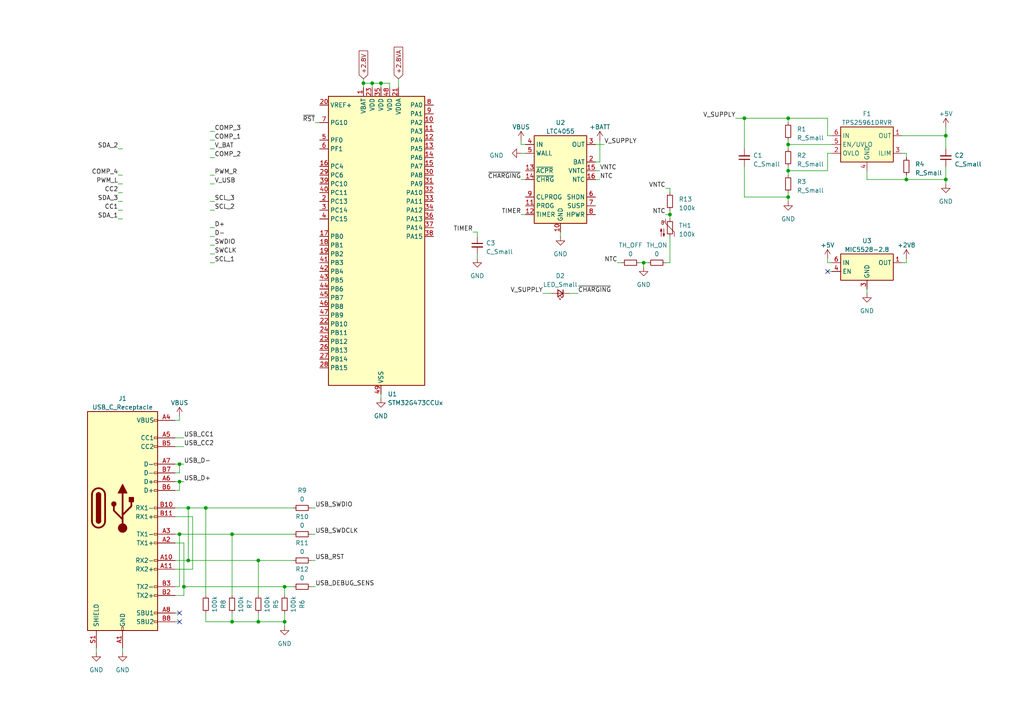
<source format=kicad_sch>
(kicad_sch (version 20230121) (generator eeschema)
  (paper "A4")
  (lib_symbols
    (symbol "Battery_Management:LTC4055"
      (property "Reference" "U" (at -6.35 13.97 0))
      (property "Value" "LTC4055" (at 3.81 13.97 0))
      (symbol "LTC4055_0_1"
        (rectangle (start -7.62 12.7) (end 7.62 -12.7) (stroke (width 0.254)) (fill (type background)))
      )
      (symbol "LTC4055_1_1"
        (pin passive line (at -10.16 10.16 0) (length 2.54) hide (name "IN") (number "1"))
        (pin power_in line (at 0 -15.24 90) (length 2.54) (name "GND") (number "10"))
        (pin passive line (at -10.16 -7.62 0) (length 2.54) (name "PROG") (number "11"))
        (pin passive line (at -10.16 -10.16 0) (length 2.54) (name "TIMER") (number "12"))
        (pin open_collector line (at -10.16 2.54 0) (length 2.54) (name "~{ACPR}") (number "13"))
        (pin open_collector line (at -10.16 0 0) (length 2.54) (name "~{CHRG}") (number "14"))
        (pin output line (at 10.16 2.54 180) (length 2.54) (name "VNTC") (number "15"))
        (pin input line (at 10.16 0 180) (length 2.54) (name "NTC") (number "16"))
        (pin passive line (at 0 -15.24 90) (length 2.54) hide (name "GND") (number "17"))
        (pin passive line (at 10.16 5.08 180) (length 2.54) (name "BAT") (number "2"))
        (pin passive line (at 10.16 10.16 180) (length 2.54) (name "OUT") (number "3"))
        (pin power_in line (at -10.16 10.16 0) (length 2.54) (name "IN") (number "4"))
        (pin input line (at -10.16 7.62 0) (length 2.54) (name "WALL") (number "5"))
        (pin input line (at 10.16 -5.08 180) (length 2.54) (name "SHDN") (number "6"))
        (pin input line (at 10.16 -7.62 180) (length 2.54) (name "SUSP") (number "7"))
        (pin input line (at 10.16 -10.16 180) (length 2.54) (name "HPWR") (number "8"))
        (pin passive line (at -10.16 -5.08 0) (length 2.54) (name "CLPROG") (number "9"))
      )
    )
    (symbol "Connector:USB_C_Receptacle" (pin_names (offset 1.016))
      (property "Reference" "J" (at -10.16 29.21 0))
      (property "Value" "USB_C_Receptacle" (at 10.16 29.21 0))
      (symbol "USB_C_Receptacle_0_0"
        (rectangle (start -0.254 -35.56) (end 0.254 -34.544))
        (rectangle (start 10.16 -32.766) (end 9.144 -33.274))
        (rectangle (start 10.16 -30.226) (end 9.144 -30.734))
        (rectangle (start 10.16 -25.146) (end 9.144 -25.654))
        (rectangle (start 10.16 -22.606) (end 9.144 -23.114))
        (rectangle (start 10.16 -17.526) (end 9.144 -18.034))
        (rectangle (start 10.16 -14.986) (end 9.144 -15.494))
        (rectangle (start 10.16 -9.906) (end 9.144 -10.414))
        (rectangle (start 10.16 -7.366) (end 9.144 -7.874))
        (rectangle (start 10.16 -2.286) (end 9.144 -2.794))
        (rectangle (start 10.16 0.254) (end 9.144 -0.254))
        (rectangle (start 10.16 5.334) (end 9.144 4.826))
        (rectangle (start 10.16 7.874) (end 9.144 7.366))
        (rectangle (start 10.16 10.414) (end 9.144 9.906))
        (rectangle (start 10.16 12.954) (end 9.144 12.446))
        (rectangle (start 10.16 18.034) (end 9.144 17.526))
        (rectangle (start 10.16 20.574) (end 9.144 20.066))
        (rectangle (start 10.16 25.654) (end 9.144 25.146))
      )
      (symbol "USB_C_Receptacle_0_1"
        (rectangle (start -10.16 27.94) (end 10.16 -35.56) (stroke (width 0.254)) (fill (type background)))
        (arc (start -8.89 -3.81) (mid -6.985 -5.7067) (end -5.08 -3.81) (stroke (width 0.508)))
        (arc (start -7.62 -3.81) (mid -6.985 -4.4423) (end -6.35 -3.81) (stroke (width 0.254)))
        (arc (start -7.62 -3.81) (mid -6.985 -4.4423) (end -6.35 -3.81) (stroke (width 0.254)) (fill (type outline)))
        (rectangle (start -7.62 -3.81) (end -6.35 3.81) (stroke (width 0.254)) (fill (type outline)))
        (arc (start -6.35 3.81) (mid -6.985 4.4423) (end -7.62 3.81) (stroke (width 0.254)))
        (arc (start -6.35 3.81) (mid -6.985 4.4423) (end -7.62 3.81) (stroke (width 0.254)) (fill (type outline)))
        (arc (start -5.08 3.81) (mid -6.985 5.7067) (end -8.89 3.81) (stroke (width 0.508)))
        (polyline (pts (xy -8.89 -3.81) (xy -8.89 3.81)) (stroke (width 0.508)))
        (polyline (pts (xy -5.08 3.81) (xy -5.08 -3.81)) (stroke (width 0.508)))
      )
      (symbol "USB_C_Receptacle_1_1"
        (circle (center -2.54 1.143) (radius 0.635) (stroke (width 0.254)) (fill (type outline)))
        (circle (center 0 -5.842) (radius 1.27) (fill (type outline)))
        (polyline (pts (xy 0 -5.842) (xy 0 4.318)) (stroke (width 0.508)))
        (polyline (pts (xy 0 -3.302) (xy -2.54 -0.762) (xy -2.54 0.508)) (stroke (width 0.508)))
        (polyline (pts (xy 0 -2.032) (xy 2.54 0.508) (xy 2.54 1.778)) (stroke (width 0.508)))
        (polyline (pts (xy -1.27 4.318) (xy 0 6.858) (xy 1.27 4.318) (xy -1.27 4.318)) (stroke (width 0.254)) (fill (type outline)))
        (rectangle (start 1.905 1.778) (end 3.175 3.048) (stroke (width 0.254)) (fill (type outline)))
        (pin passive line (at 0 -40.64 90) (length 5.08) (name "GND") (number "A1"))
        (pin bidirectional line (at 15.24 -15.24 180) (length 5.08) (name "RX2-") (number "A10"))
        (pin bidirectional line (at 15.24 -17.78 180) (length 5.08) (name "RX2+") (number "A11"))
        (pin passive line (at 0 -40.64 90) (length 5.08) hide (name "GND") (number "A12"))
        (pin bidirectional line (at 15.24 -10.16 180) (length 5.08) (name "TX1+") (number "A2"))
        (pin bidirectional line (at 15.24 -7.62 180) (length 5.08) (name "TX1-") (number "A3"))
        (pin passive line (at 15.24 25.4 180) (length 5.08) (name "VBUS") (number "A4"))
        (pin bidirectional line (at 15.24 20.32 180) (length 5.08) (name "CC1") (number "A5"))
        (pin bidirectional line (at 15.24 7.62 180) (length 5.08) (name "D+") (number "A6"))
        (pin bidirectional line (at 15.24 12.7 180) (length 5.08) (name "D-") (number "A7"))
        (pin bidirectional line (at 15.24 -30.48 180) (length 5.08) (name "SBU1") (number "A8"))
        (pin passive line (at 15.24 25.4 180) (length 5.08) hide (name "VBUS") (number "A9"))
        (pin passive line (at 0 -40.64 90) (length 5.08) hide (name "GND") (number "B1"))
        (pin bidirectional line (at 15.24 0 180) (length 5.08) (name "RX1-") (number "B10"))
        (pin bidirectional line (at 15.24 -2.54 180) (length 5.08) (name "RX1+") (number "B11"))
        (pin passive line (at 0 -40.64 90) (length 5.08) hide (name "GND") (number "B12"))
        (pin bidirectional line (at 15.24 -25.4 180) (length 5.08) (name "TX2+") (number "B2"))
        (pin bidirectional line (at 15.24 -22.86 180) (length 5.08) (name "TX2-") (number "B3"))
        (pin passive line (at 15.24 25.4 180) (length 5.08) hide (name "VBUS") (number "B4"))
        (pin bidirectional line (at 15.24 17.78 180) (length 5.08) (name "CC2") (number "B5"))
        (pin bidirectional line (at 15.24 5.08 180) (length 5.08) (name "D+") (number "B6"))
        (pin bidirectional line (at 15.24 10.16 180) (length 5.08) (name "D-") (number "B7"))
        (pin bidirectional line (at 15.24 -33.02 180) (length 5.08) (name "SBU2") (number "B8"))
        (pin passive line (at 15.24 25.4 180) (length 5.08) hide (name "VBUS") (number "B9"))
        (pin passive line (at -7.62 -40.64 90) (length 5.08) (name "SHIELD") (number "S1"))
      )
    )
    (symbol "Device:C_Small" (pin_numbers hide) (pin_names (offset 0.254) hide)
      (property "Reference" "C" (at 0.254 1.778 0))
      (property "Value" "C_Small" (at 0.254 -2.032 0))
      (symbol "C_Small_0_1"
        (polyline (pts (xy -1.524 -0.508) (xy 1.524 -0.508)) (stroke (width 0.3302)))
        (polyline (pts (xy -1.524 0.508) (xy 1.524 0.508)) (stroke (width 0.3048)))
      )
      (symbol "C_Small_1_1"
        (pin passive line (at 0 2.54 270) (length 2.032) (name "~") (number "1"))
        (pin passive line (at 0 -2.54 90) (length 2.032) (name "~") (number "2"))
      )
    )
    (symbol "Device:LED_Small" (pin_numbers hide) (pin_names (offset 0.254) hide)
      (property "Reference" "D" (at -1.27 3.175 0))
      (property "Value" "LED_Small" (at -4.445 -2.54 0))
      (symbol "LED_Small_0_1"
        (polyline (pts (xy -0.762 -1.016) (xy -0.762 1.016)) (stroke (width 0.254)))
        (polyline (pts (xy 1.016 0) (xy -0.762 0)))
        (polyline (pts (xy 0.762 -1.016) (xy -0.762 0) (xy 0.762 1.016) (xy 0.762 -1.016)) (stroke (width 0.254)))
        (polyline (pts (xy 0 0.762) (xy -0.508 1.27) (xy -0.254 1.27) (xy -0.508 1.27) (xy -0.508 1.016)))
        (polyline (pts (xy 0.508 1.27) (xy 0 1.778) (xy 0.254 1.778) (xy 0 1.778) (xy 0 1.524)))
      )
      (symbol "LED_Small_1_1"
        (pin passive line (at -2.54 0 0) (length 1.778) (name "K") (number "1"))
        (pin passive line (at 2.54 0 180) (length 1.778) (name "A") (number "2"))
      )
    )
    (symbol "Device:R_Small" (pin_numbers hide) (pin_names (offset 0.254) hide)
      (property "Reference" "R" (at 0.762 0.508 0))
      (property "Value" "R_Small" (at 0.762 -1.016 0))
      (symbol "R_Small_0_1"
        (rectangle (start -0.762 1.778) (end 0.762 -1.778) (stroke (width 0.2032)))
      )
      (symbol "R_Small_1_1"
        (pin passive line (at 0 2.54 270) (length 0.762) (name "~") (number "1"))
        (pin passive line (at 0 -2.54 90) (length 0.762) (name "~") (number "2"))
      )
    )
    (symbol "LDO:MIC5528"
      (property "Reference" "U" (at -7.62 7.62 0))
      (property "Value" "MIC5528-2.8" (at -7.62 5.08 0))
      (symbol "MIC5528_0_1"
        (rectangle (start -7.62 3.81) (end 7.62 -3.81) (stroke (width 0.254)) (fill (type background)))
      )
      (symbol "MIC5528_1_1"
        (pin power_out line (at 10.16 1.27 180) (length 2.54) (name "OUT") (number "1"))
        (pin power_out line (at 10.16 1.27 180) (length 2.54) hide (name "OUT") (number "2"))
        (pin passive line (at 0 -6.35 90) (length 2.54) (name "GND") (number "3"))
        (pin passive line (at -10.16 -1.27 0) (length 2.54) (name "EN") (number "4"))
        (pin no_connect line (at 10.16 -1.27 180) (length 2.54) hide (name "NC") (number "5"))
        (pin power_in line (at -10.16 1.27 0) (length 2.54) (name "IN") (number "6"))
        (pin passive line (at 0 -6.35 90) (length 2.54) hide (name "PAD") (number "7"))
      )
    )
    (symbol "MCU_ST_STM32G4:STM32G473CCUx"
      (property "Reference" "U" (at -12.7 44.45 0))
      (property "Value" "STM32G473CCUx" (at 10.16 44.45 0))
      (symbol "STM32G473CCUx_0_1"
        (rectangle (start -12.7 -40.64) (end 15.24 43.18) (stroke (width 0.254)) (fill (type background)))
      )
      (symbol "STM32G473CCUx_1_1"
        (pin power_in line (at -2.54 45.72 270) (length 2.54) (name "VBAT") (number "1"))
        (pin bidirectional line (at 17.78 35.56 180) (length 2.54) (name "PA2") (number "10"))
        (pin bidirectional line (at 17.78 33.02 180) (length 2.54) (name "PA3") (number "11"))
        (pin bidirectional line (at 17.78 30.48 180) (length 2.54) (name "PA4") (number "12"))
        (pin bidirectional line (at 17.78 27.94 180) (length 2.54) (name "PA5") (number "13"))
        (pin bidirectional line (at 17.78 25.4 180) (length 2.54) (name "PA6") (number "14"))
        (pin bidirectional line (at 17.78 22.86 180) (length 2.54) (name "PA7") (number "15"))
        (pin bidirectional line (at -15.24 22.86 0) (length 2.54) (name "PC4") (number "16"))
        (pin bidirectional line (at -15.24 2.54 0) (length 2.54) (name "PB0") (number "17"))
        (pin bidirectional line (at -15.24 0 0) (length 2.54) (name "PB1") (number "18"))
        (pin bidirectional line (at -15.24 -2.54 0) (length 2.54) (name "PB2") (number "19"))
        (pin bidirectional line (at -15.24 12.7 0) (length 2.54) (name "PC13") (number "2"))
        (pin input line (at -15.24 40.64 0) (length 2.54) (name "VREF+") (number "20"))
        (pin power_in line (at 7.62 45.72 270) (length 2.54) (name "VDDA") (number "21"))
        (pin bidirectional line (at -15.24 -22.86 0) (length 2.54) (name "PB10") (number "22"))
        (pin power_in line (at 0 45.72 270) (length 2.54) (name "VDD") (number "23"))
        (pin bidirectional line (at -15.24 -25.4 0) (length 2.54) (name "PB11") (number "24"))
        (pin bidirectional line (at -15.24 -27.94 0) (length 2.54) (name "PB12") (number "25"))
        (pin bidirectional line (at -15.24 -30.48 0) (length 2.54) (name "PB13") (number "26"))
        (pin bidirectional line (at -15.24 -33.02 0) (length 2.54) (name "PB14") (number "27"))
        (pin bidirectional line (at -15.24 -35.56 0) (length 2.54) (name "PB15") (number "28"))
        (pin bidirectional line (at -15.24 20.32 0) (length 2.54) (name "PC6") (number "29"))
        (pin bidirectional line (at -15.24 10.16 0) (length 2.54) (name "PC14") (number "3"))
        (pin bidirectional line (at 17.78 20.32 180) (length 2.54) (name "PA8") (number "30"))
        (pin bidirectional line (at 17.78 17.78 180) (length 2.54) (name "PA9") (number "31"))
        (pin bidirectional line (at 17.78 15.24 180) (length 2.54) (name "PA10") (number "32"))
        (pin bidirectional line (at 17.78 12.7 180) (length 2.54) (name "PA11") (number "33"))
        (pin bidirectional line (at 17.78 10.16 180) (length 2.54) (name "PA12") (number "34"))
        (pin power_in line (at 2.54 45.72 270) (length 2.54) (name "VDD") (number "35"))
        (pin bidirectional line (at 17.78 7.62 180) (length 2.54) (name "PA13") (number "36"))
        (pin bidirectional line (at 17.78 5.08 180) (length 2.54) (name "PA14") (number "37"))
        (pin bidirectional line (at 17.78 2.54 180) (length 2.54) (name "PA15") (number "38"))
        (pin bidirectional line (at -15.24 17.78 0) (length 2.54) (name "PC10") (number "39"))
        (pin bidirectional line (at -15.24 7.62 0) (length 2.54) (name "PC15") (number "4"))
        (pin bidirectional line (at -15.24 15.24 0) (length 2.54) (name "PC11") (number "40"))
        (pin bidirectional line (at -15.24 -5.08 0) (length 2.54) (name "PB3") (number "41"))
        (pin bidirectional line (at -15.24 -7.62 0) (length 2.54) (name "PB4") (number "42"))
        (pin bidirectional line (at -15.24 -10.16 0) (length 2.54) (name "PB5") (number "43"))
        (pin bidirectional line (at -15.24 -12.7 0) (length 2.54) (name "PB6") (number "44"))
        (pin bidirectional line (at -15.24 -15.24 0) (length 2.54) (name "PB7") (number "45"))
        (pin bidirectional line (at -15.24 -17.78 0) (length 2.54) (name "PB8") (number "46"))
        (pin bidirectional line (at -15.24 -20.32 0) (length 2.54) (name "PB9") (number "47"))
        (pin power_in line (at 5.08 45.72 270) (length 2.54) (name "VDD") (number "48"))
        (pin power_in line (at 2.54 -43.18 90) (length 2.54) (name "VSS") (number "49"))
        (pin bidirectional line (at -15.24 30.48 0) (length 2.54) (name "PF0") (number "5"))
        (pin bidirectional line (at -15.24 27.94 0) (length 2.54) (name "PF1") (number "6"))
        (pin bidirectional line (at -15.24 35.56 0) (length 2.54) (name "PG10") (number "7"))
        (pin bidirectional line (at 17.78 40.64 180) (length 2.54) (name "PA0") (number "8"))
        (pin bidirectional line (at 17.78 38.1 180) (length 2.54) (name "PA1") (number "9"))
      )
    )
    (symbol "TPS25961DRVR:TPS25961DRVR"
      (property "Reference" "F" (at 0 10.16 0))
      (property "Value" "TPS25961DRVR" (at -6.35 7.62 0))
      (symbol "TPS25961DRVR_0_1"
        (rectangle (start -6.35 5.08) (end 8.89 -5.08) (stroke (width 0.254)) (fill (type background)))
      )
      (symbol "TPS25961DRVR_1_1"
        (pin output line (at 11.43 2.54 180) (length 2.54) (name "OUT") (number "1"))
        (pin input line (at -8.89 -2.54 0) (length 2.54) (name "OVLO") (number "2"))
        (pin output line (at 11.43 -2.54 180) (length 2.54) (name "ILIM") (number "3"))
        (pin power_in line (at 1.27 -7.62 90) (length 2.54) (name "GND") (number "4"))
        (pin input line (at -8.89 0 0) (length 2.54) (name "EN/UVLO") (number "5"))
        (pin power_in line (at -8.89 2.54 0) (length 2.54) (name "IN") (number "6"))
        (pin power_in line (at 1.27 -7.62 90) (length 2.54) hide (name "PAD") (number "7"))
      )
    )
    (symbol "other:Thermistor_NTC_small"
      (property "Reference" "TH" (at -3.81 0 90))
      (property "Value" "Thermistor_NTC" (at 3.81 0 90))
      (symbol "Thermistor_NTC_small_0_1"
        (arc (start -2.3746 1.1939) (mid -2.3771 1.3514) (end -2.5016 1.4479))
        (arc (start -2.3746 1.1939) (mid -2.3002 1.0143) (end -2.1206 0.9399))
        (arc (start -2.3746 1.8289) (mid -2.3002 1.6493) (end -2.1206 1.5749))
        (arc (start -2.1206 0.9399) (mid -1.941 1.0143) (end -1.8666 1.1939))
        (arc (start -2.1206 1.5749) (mid -1.7606 1.5957) (end -1.4856 1.8289))
        (arc (start -2.1206 2.0829) (mid -2.3002 2.0085) (end -2.3746 1.8289))
        (arc (start -1.8666 1.8289) (mid -1.941 2.0085) (end -2.1206 2.0829))
        (rectangle (start -0.762 1.778) (end 0.762 -1.778) (stroke (width 0.2032)))
        (polyline (pts (xy -1.8666 1.1939) (xy -1.8666 1.8289)))
        (polyline (pts (xy -1.27 2.54) (xy -1.27 1.27) (xy 1.27 -1.27) (xy 1.27 -2.54)))
        (polyline (pts (xy -2.54 -2.54) (xy -2.54 -0.254) (xy -2.794 -1.016) (xy -2.286 -1.016) (xy -2.54 -0.254) (xy -2.54 -0.508)) (fill (type outline)))
        (polyline (pts (xy -1.778 -0.254) (xy -1.778 -2.54) (xy -2.032 -1.778) (xy -1.524 -1.778) (xy -1.778 -2.54) (xy -1.778 -2.286)) (fill (type outline)))
      )
      (symbol "Thermistor_NTC_small_1_1"
        (pin passive line (at 0 2.54 270) (length 0.762) (name "~") (number "1"))
        (pin passive line (at 0 -2.54 90) (length 0.762) (name "~") (number "2"))
      )
    )
    (symbol "power:+2V8" (power) (pin_names (offset 0))
      (property "Value" "+2V8" (at 0 3.556 0))
      (symbol "+2V8_0_1"
        (polyline (pts (xy -0.762 1.27) (xy 0 2.54)))
        (polyline (pts (xy 0 0) (xy 0 2.54)))
        (polyline (pts (xy 0 2.54) (xy 0.762 1.27)))
      )
      (symbol "+2V8_1_1"
        (pin power_in line (at 0 0 90) (length 0) hide (name "+2V8") (number "1"))
      )
    )
    (symbol "power:+5V" (power) (pin_names (offset 0))
      (property "Value" "+5V" (at 0 3.556 0))
      (symbol "+5V_0_1"
        (polyline (pts (xy -0.762 1.27) (xy 0 2.54)))
        (polyline (pts (xy 0 0) (xy 0 2.54)))
        (polyline (pts (xy 0 2.54) (xy 0.762 1.27)))
      )
      (symbol "+5V_1_1"
        (pin power_in line (at 0 0 90) (length 0) hide (name "+5V") (number "1"))
      )
    )
    (symbol "power:+BATT" (power) (pin_names (offset 0))
      (property "Value" "+BATT" (at 0 3.556 0))
      (symbol "+BATT_0_1"
        (polyline (pts (xy -0.762 1.27) (xy 0 2.54)))
        (polyline (pts (xy 0 0) (xy 0 2.54)))
        (polyline (pts (xy 0 2.54) (xy 0.762 1.27)))
      )
      (symbol "+BATT_1_1"
        (pin power_in line (at 0 0 90) (length 0) hide (name "+BATT") (number "1"))
      )
    )
    (symbol "power:GND" (power) (pin_names (offset 0))
      (property "Value" "GND" (at 0 -3.81 0))
      (symbol "GND_0_1"
        (polyline (pts (xy 0 0) (xy 0 -1.27) (xy 1.27 -1.27) (xy 0 -2.54) (xy -1.27 -1.27) (xy 0 -1.27)))
      )
      (symbol "GND_1_1"
        (pin power_in line (at 0 0 270) (length 0) hide (name "GND") (number "1"))
      )
    )
    (symbol "power:VBUS" (power) (pin_names (offset 0))
      (property "Value" "VBUS" (at 0 3.81 0))
      (symbol "VBUS_0_1"
        (polyline (pts (xy -0.762 1.27) (xy 0 2.54)))
        (polyline (pts (xy 0 0) (xy 0 2.54)))
        (polyline (pts (xy 0 2.54) (xy 0.762 1.27)))
      )
      (symbol "VBUS_1_1"
        (pin power_in line (at 0 0 90) (length 0) hide (name "VBUS") (number "1"))
      )
    )
  )
  (junction (at 110.49 24.13))
  (junction (at 82.55 170.18))
  (junction (at 74.93 180.34))
  (junction (at 54.61 147.32))
  (junction (at 54.61 162.56))
  (junction (at 74.93 162.56))
  (junction (at 107.95 24.13))
  (junction (at 59.69 147.32))
  (junction (at 262.89 52.07))
  (junction (at 53.34 170.18))
  (junction (at 228.6 49.53))
  (junction (at 215.9 34.29))
  (junction (at 228.6 41.91))
  (junction (at 52.07 134.62))
  (junction (at 52.07 139.7))
  (junction (at 67.31 154.94))
  (junction (at 274.32 39.37))
  (junction (at 105.41 24.13))
  (junction (at 82.55 180.34))
  (junction (at 194.31 62.23))
  (junction (at 274.32 52.07))
  (junction (at 228.6 34.29))
  (junction (at 186.69 76.2))
  (junction (at 228.6 57.15))
  (junction (at 67.31 180.34))
  (junction (at 52.07 154.94))
  (no_connect (at 52.07 177.8))
  (no_connect (at 240.03 78.74))
  (no_connect (at 52.07 180.34))
  (wire (pts (xy 274.32 52.07) (xy 262.89 52.07)))
  (wire (pts (xy 50.8 177.8) (xy 52.07 177.8)))
  (wire (pts (xy 228.6 49.53) (xy 240.03 49.53)))
  (wire (pts (xy 251.46 52.07) (xy 262.89 52.07)))
  (wire (pts (xy 54.61 147.32) (xy 50.8 147.32)))
  (wire (pts (xy 157.48 85.09) (xy 160.02 85.09)))
  (wire (pts (xy 55.88 149.86) (xy 55.88 165.1)))
  (wire (pts (xy 62.23 43.18) (xy 60.96 43.18)))
  (wire (pts (xy 82.55 180.34) (xy 82.55 181.61)))
  (wire (pts (xy 251.46 49.53) (xy 251.46 52.07)))
  (wire (pts (xy 151.13 52.07) (xy 152.4 52.07)))
  (wire (pts (xy 251.46 83.82) (xy 251.46 85.09)))
  (wire (pts (xy 194.31 54.61) (xy 194.31 55.88)))
  (wire (pts (xy 34.29 58.42) (xy 35.56 58.42)))
  (wire (pts (xy 59.69 147.32) (xy 85.09 147.32)))
  (wire (pts (xy 151.13 41.91) (xy 152.4 41.91)))
  (wire (pts (xy 91.44 154.94) (xy 90.17 154.94)))
  (wire (pts (xy 274.32 52.07) (xy 274.32 53.34)))
  (wire (pts (xy 194.31 68.58) (xy 194.31 76.2)))
  (wire (pts (xy 240.03 76.2) (xy 241.3 76.2)))
  (wire (pts (xy 228.6 43.18) (xy 228.6 41.91)))
  (wire (pts (xy 60.96 76.2) (xy 62.23 76.2)))
  (wire (pts (xy 34.29 43.18) (xy 35.56 43.18)))
  (wire (pts (xy 53.34 157.48) (xy 50.8 157.48)))
  (wire (pts (xy 34.29 53.34) (xy 35.56 53.34)))
  (wire (pts (xy 50.8 162.56) (xy 54.61 162.56)))
  (wire (pts (xy 262.89 50.8) (xy 262.89 52.07)))
  (wire (pts (xy 59.69 177.8) (xy 59.69 180.34)))
  (wire (pts (xy 54.61 162.56) (xy 74.93 162.56)))
  (wire (pts (xy 215.9 48.26) (xy 215.9 57.15)))
  (wire (pts (xy 193.04 62.23) (xy 194.31 62.23)))
  (wire (pts (xy 185.42 76.2) (xy 186.69 76.2)))
  (wire (pts (xy 59.69 147.32) (xy 59.69 172.72)))
  (wire (pts (xy 274.32 48.26) (xy 274.32 52.07)))
  (wire (pts (xy 186.69 76.2) (xy 186.69 77.47)))
  (wire (pts (xy 50.8 121.92) (xy 52.07 121.92)))
  (wire (pts (xy 115.57 22.86) (xy 115.57 25.4)))
  (wire (pts (xy 228.6 48.26) (xy 228.6 49.53)))
  (wire (pts (xy 262.89 76.2) (xy 262.89 74.93)))
  (wire (pts (xy 62.23 58.42) (xy 60.96 58.42)))
  (wire (pts (xy 53.34 172.72) (xy 53.34 170.18)))
  (wire (pts (xy 138.43 73.66) (xy 138.43 74.93)))
  (wire (pts (xy 52.07 134.62) (xy 53.34 134.62)))
  (wire (pts (xy 91.44 147.32) (xy 90.17 147.32)))
  (wire (pts (xy 50.8 172.72) (xy 53.34 172.72)))
  (wire (pts (xy 105.41 22.86) (xy 105.41 24.13)))
  (wire (pts (xy 34.29 55.88) (xy 35.56 55.88)))
  (wire (pts (xy 62.23 60.96) (xy 60.96 60.96)))
  (wire (pts (xy 54.61 147.32) (xy 59.69 147.32)))
  (wire (pts (xy 215.9 57.15) (xy 228.6 57.15)))
  (wire (pts (xy 110.49 24.13) (xy 110.49 25.4)))
  (wire (pts (xy 52.07 134.62) (xy 50.8 134.62)))
  (wire (pts (xy 173.99 40.64) (xy 173.99 46.99)))
  (wire (pts (xy 193.04 54.61) (xy 194.31 54.61)))
  (wire (pts (xy 173.99 52.07) (xy 172.72 52.07)))
  (wire (pts (xy 113.03 24.13) (xy 113.03 25.4)))
  (wire (pts (xy 50.8 127) (xy 53.34 127)))
  (wire (pts (xy 62.23 38.1) (xy 60.96 38.1)))
  (wire (pts (xy 228.6 57.15) (xy 228.6 58.42)))
  (wire (pts (xy 62.23 71.12) (xy 60.96 71.12)))
  (wire (pts (xy 172.72 41.91) (xy 175.26 41.91)))
  (wire (pts (xy 91.44 162.56) (xy 90.17 162.56)))
  (wire (pts (xy 193.04 76.2) (xy 194.31 76.2)))
  (wire (pts (xy 173.99 46.99) (xy 172.72 46.99)))
  (wire (pts (xy 228.6 34.29) (xy 240.03 34.29)))
  (wire (pts (xy 186.69 76.2) (xy 187.96 76.2)))
  (wire (pts (xy 74.93 162.56) (xy 85.09 162.56)))
  (wire (pts (xy 62.23 40.64) (xy 60.96 40.64)))
  (wire (pts (xy 62.23 66.04) (xy 60.96 66.04)))
  (wire (pts (xy 53.34 170.18) (xy 53.34 157.48)))
  (wire (pts (xy 240.03 34.29) (xy 240.03 39.37)))
  (wire (pts (xy 62.23 68.58) (xy 60.96 68.58)))
  (wire (pts (xy 151.13 40.64) (xy 151.13 41.91)))
  (wire (pts (xy 105.41 24.13) (xy 107.95 24.13)))
  (wire (pts (xy 52.07 154.94) (xy 50.8 154.94)))
  (wire (pts (xy 62.23 45.72) (xy 60.96 45.72)))
  (wire (pts (xy 67.31 180.34) (xy 67.31 177.8)))
  (wire (pts (xy 60.96 73.66) (xy 62.23 73.66)))
  (wire (pts (xy 194.31 60.96) (xy 194.31 62.23)))
  (wire (pts (xy 52.07 142.24) (xy 52.07 139.7)))
  (wire (pts (xy 52.07 139.7) (xy 50.8 139.7)))
  (wire (pts (xy 228.6 55.88) (xy 228.6 57.15)))
  (wire (pts (xy 52.07 120.65) (xy 52.07 121.92)))
  (wire (pts (xy 67.31 154.94) (xy 85.09 154.94)))
  (wire (pts (xy 34.29 60.96) (xy 35.56 60.96)))
  (wire (pts (xy 50.8 180.34) (xy 52.07 180.34)))
  (wire (pts (xy 138.43 67.31) (xy 138.43 68.58)))
  (wire (pts (xy 261.62 39.37) (xy 274.32 39.37)))
  (wire (pts (xy 213.36 34.29) (xy 215.9 34.29)))
  (wire (pts (xy 274.32 43.18) (xy 274.32 39.37)))
  (wire (pts (xy 82.55 170.18) (xy 82.55 172.72)))
  (wire (pts (xy 82.55 180.34) (xy 74.93 180.34)))
  (wire (pts (xy 107.95 25.4) (xy 107.95 24.13)))
  (wire (pts (xy 240.03 74.93) (xy 240.03 76.2)))
  (wire (pts (xy 228.6 41.91) (xy 228.6 40.64)))
  (wire (pts (xy 240.03 39.37) (xy 241.3 39.37)))
  (wire (pts (xy 215.9 34.29) (xy 215.9 43.18)))
  (wire (pts (xy 62.23 50.8) (xy 60.96 50.8)))
  (wire (pts (xy 55.88 149.86) (xy 50.8 149.86)))
  (wire (pts (xy 261.62 76.2) (xy 262.89 76.2)))
  (wire (pts (xy 151.13 44.45) (xy 152.4 44.45)))
  (wire (pts (xy 74.93 177.8) (xy 74.93 180.34)))
  (wire (pts (xy 50.8 170.18) (xy 52.07 170.18)))
  (wire (pts (xy 50.8 142.24) (xy 52.07 142.24)))
  (wire (pts (xy 52.07 139.7) (xy 53.34 139.7)))
  (wire (pts (xy 105.41 24.13) (xy 105.41 25.4)))
  (wire (pts (xy 27.94 187.96) (xy 27.94 189.23)))
  (wire (pts (xy 34.29 63.5) (xy 35.56 63.5)))
  (wire (pts (xy 52.07 154.94) (xy 67.31 154.94)))
  (wire (pts (xy 91.44 170.18) (xy 90.17 170.18)))
  (wire (pts (xy 215.9 34.29) (xy 228.6 34.29)))
  (wire (pts (xy 228.6 41.91) (xy 241.3 41.91)))
  (wire (pts (xy 62.23 53.34) (xy 60.96 53.34)))
  (wire (pts (xy 52.07 170.18) (xy 52.07 154.94)))
  (wire (pts (xy 179.07 76.2) (xy 180.34 76.2)))
  (wire (pts (xy 91.44 35.56) (xy 92.71 35.56)))
  (wire (pts (xy 35.56 187.96) (xy 35.56 189.23)))
  (wire (pts (xy 274.32 36.83) (xy 274.32 39.37)))
  (wire (pts (xy 262.89 44.45) (xy 262.89 45.72)))
  (wire (pts (xy 74.93 162.56) (xy 74.93 172.72)))
  (wire (pts (xy 167.64 85.09) (xy 165.1 85.09)))
  (wire (pts (xy 67.31 154.94) (xy 67.31 172.72)))
  (wire (pts (xy 54.61 147.32) (xy 54.61 162.56)))
  (wire (pts (xy 50.8 165.1) (xy 55.88 165.1)))
  (wire (pts (xy 228.6 49.53) (xy 228.6 50.8)))
  (wire (pts (xy 162.56 67.31) (xy 162.56 68.58)))
  (wire (pts (xy 82.55 177.8) (xy 82.55 180.34)))
  (wire (pts (xy 152.4 62.23) (xy 151.13 62.23)))
  (wire (pts (xy 82.55 170.18) (xy 85.09 170.18)))
  (wire (pts (xy 34.29 50.8) (xy 35.56 50.8)))
  (wire (pts (xy 53.34 170.18) (xy 82.55 170.18)))
  (wire (pts (xy 137.16 67.31) (xy 138.43 67.31)))
  (wire (pts (xy 107.95 24.13) (xy 110.49 24.13)))
  (wire (pts (xy 110.49 24.13) (xy 113.03 24.13)))
  (wire (pts (xy 228.6 35.56) (xy 228.6 34.29)))
  (wire (pts (xy 74.93 180.34) (xy 67.31 180.34)))
  (wire (pts (xy 50.8 129.54) (xy 53.34 129.54)))
  (wire (pts (xy 110.49 114.3) (xy 110.49 115.57)))
  (wire (pts (xy 240.03 78.74) (xy 241.3 78.74)))
  (wire (pts (xy 240.03 44.45) (xy 241.3 44.45)))
  (wire (pts (xy 261.62 44.45) (xy 262.89 44.45)))
  (wire (pts (xy 194.31 62.23) (xy 194.31 63.5)))
  (wire (pts (xy 240.03 49.53) (xy 240.03 44.45)))
  (wire (pts (xy 50.8 137.16) (xy 52.07 137.16)))
  (wire (pts (xy 172.72 49.53) (xy 173.99 49.53)))
  (wire (pts (xy 59.69 180.34) (xy 67.31 180.34)))
  (wire (pts (xy 52.07 137.16) (xy 52.07 134.62)))
  (label "COMP_4" (at 34.29 50.8 180))
  (label "V_SUPPLY" (at 157.48 85.09 180))
  (label "~{CHARGING}" (at 167.64 85.09 0))
  (label "PWM_L" (at 34.29 53.34 180))
  (label "D+" (at 62.23 66.04 0))
  (label "D-" (at 62.23 68.58 0))
  (label "SCL_1" (at 62.23 76.2 0))
  (label "USB_RST" (at 91.44 162.56 0))
  (label "V_SUPPLY" (at 213.36 34.29 180))
  (label "NTC" (at 173.99 52.07 0))
  (label "TIMER" (at 151.13 62.23 180))
  (label "~{CHARGING}" (at 151.13 52.07 180))
  (label "USB_CC1" (at 53.34 127 0))
  (label "COMP_2" (at 62.23 45.72 0))
  (label "V_BAT" (at 62.23 43.18 0))
  (label "V_USB" (at 62.23 53.34 0))
  (label "COMP_3" (at 62.23 38.1 0))
  (label "SDA_1" (at 34.29 63.5 180))
  (label "SWDIO" (at 62.23 71.12 0))
  (label "SDA_2" (at 34.29 43.18 180))
  (label "VNTC" (at 173.99 49.53 0))
  (label "V_SUPPLY" (at 175.26 41.91 0))
  (label "CC2" (at 34.29 55.88 180))
  (label "VNTC" (at 193.04 54.61 180))
  (label "SDA_3" (at 34.29 58.42 180))
  (label "USB_D-" (at 53.34 134.62 0))
  (label "USB_SWDCLK" (at 91.44 154.94 0))
  (label "SCL_2" (at 62.23 60.96 0))
  (label "TIMER" (at 137.16 67.31 180))
  (label "USB_CC2" (at 53.34 129.54 0))
  (label "COMP_1" (at 62.23 40.64 0))
  (label "USB_D+" (at 53.34 139.7 0))
  (label "NTC" (at 179.07 76.2 180))
  (label "CC1" (at 34.29 60.96 180))
  (label "~{RST}" (at 91.44 35.56 180))
  (label "NTC" (at 193.04 62.23 180))
  (label "PWM_R" (at 62.23 50.8 0))
  (label "SCL_3" (at 62.23 58.42 0))
  (label "SWCLK" (at 62.23 73.66 0))
  (label "USB_SWDIO" (at 91.44 147.32 0))
  (label "USB_DEBUG_SENS" (at 91.44 170.18 0))
  (global_label "+2.8V" (shape input) (at 105.41 22.86 90) (property "Intersheetrefs" "${INTERSHEET_REFS}" (effects hide)))
  (global_label "+2.8VA" (shape input) (at 115.57 22.86 90) (property "Intersheetrefs" "${INTERSHEET_REFS}" (effects hide)))
  (symbol (lib_id "power:GND") (at 138.43 74.93 0) (unit 1)
    (property "Reference" "#PWR016" (effects hide))
    (property "Value" "GND" (at 138.43 80.01 0))
  )
  (symbol (lib_id "Device:R_Small") (at 194.31 58.42 0) (unit 1)
    (property "Reference" "R13" (at 196.85 57.785 0) (effects (justify left)))
    (property "Value" "100k" (at 196.85 60.325 0) (effects (justify left)))
  )
  (symbol (lib_id "power:VBUS") (at 151.13 40.64 0) (unit 1)
    (property "Reference" "#PWR08" (effects hide))
    (property "Value" "VBUS" (at 151.13 36.83 0))
  )
  (symbol (lib_id "power:GND") (at 151.13 44.45 270) (unit 1)
    (property "Reference" "#PWR015" (effects hide))
    (property "Value" "GND" (at 146.05 45.085 90) (effects (justify right)))
  )
  (symbol (lib_id "power:GND") (at 35.56 189.23 0) (unit 1)
    (property "Reference" "#PWR07" (effects hide))
    (property "Value" "GND" (at 35.56 194.31 0))
  )
  (symbol (lib_id "Device:R_Small") (at 228.6 38.1 0) (unit 1)
    (property "Reference" "R1" (at 231.14 37.465 0) (effects (justify left)))
    (property "Value" "R_Small" (at 231.14 40.005 0) (effects (justify left)))
  )
  (symbol (lib_id "Device:R_Small") (at 87.63 147.32 90) (unit 1)
    (property "Reference" "R9" (at 87.63 142.24 90))
    (property "Value" "0" (at 87.63 144.78 90))
  )
  (symbol (lib_id "power:+5V") (at 274.32 36.83 0) (unit 1)
    (property "Reference" "#PWR012" (effects hide))
    (property "Value" "+5V" (at 274.32 33.02 0))
  )
  (symbol (lib_id "Device:R_Small") (at 182.88 76.2 90) (unit 1)
    (property "Reference" "TH_OFF" (at 182.88 71.12 90))
    (property "Value" "0" (at 182.88 73.66 90))
  )
  (symbol (lib_id "TPS25961DRVR:TPS25961DRVR") (at 250.19 41.91 0) (unit 1)
    (property "Reference" "F1" (at 251.46 33.02 0))
    (property "Value" "TPS25961DRVR" (at 251.46 35.56 0))
    (property "Footprint" "Package_SON:WSON-6-1EP_2x2mm_P0.65mm_EP1x1.6mm" (effects hide))
    (property "Datasheet" "https://www.ti.com/lit/ds/symlink/tps25961.pdf" (effects hide))
    (property "Height" "0.8" (effects hide))
    (property "Mouser Part Number" "595-TPS25961DRVR" (effects hide))
    (property "Mouser Price/Stock" "https://www.mouser.co.uk/ProductDetail/Texas-Instruments/TPS25961DRVR?qs=rQFj71Wb1eWBtbDOIdq5wQ%3D%3D" (effects hide))
    (property "Manufacturer_Name" "Texas Instruments" (effects hide))
    (property "Manufacturer_Part_Number" "TPS25961DRVR" (effects hide))
  )
  (symbol (lib_id "Device:C_Small") (at 138.43 71.12 0) (unit 1)
    (property "Reference" "C3" (at 140.97 70.4913 0) (effects (justify left)))
    (property "Value" "C_Small" (at 140.97 73.0313 0) (effects (justify left)))
  )
  (symbol (lib_id "Device:C_Small") (at 215.9 45.72 180) (unit 1)
    (property "Reference" "C1" (at 218.44 45.0786 0) (effects (justify right)))
    (property "Value" "C_Small" (at 218.44 47.6186 0) (effects (justify right)))
  )
  (symbol (lib_id "power:GND") (at 82.55 181.61 0) (unit 1)
    (property "Reference" "#PWR05" (effects hide))
    (property "Value" "GND" (at 82.55 186.69 0))
  )
  (symbol (lib_id "Battery_Management:LTC4055") (at 162.56 52.07 0) (unit 1)
    (property "Reference" "U2" (at 162.56 35.56 0))
    (property "Value" "LTC4055" (at 162.56 38.1 0))
    (property "Footprint" "Package_DFN_QFN:QFN-16-1EP_4x4mm_P0.65mm_EP2.15x2.15mm" (effects hide))
    (property "Datasheet" "https://www.analog.com/media/en/technical-documentation/data-sheets/4055fb.pdf" (effects hide))
  )
  (symbol (lib_id "Device:R_Small") (at 82.55 175.26 0) (unit 1)
    (property "Reference" "R6" (at 87.63 175.26 90))
    (property "Value" "100k" (at 85.09 175.26 90))
  )
  (symbol (lib_id "power:GND") (at 228.6 58.42 0) (unit 1)
    (property "Reference" "#PWR09" (effects hide))
    (property "Value" "GND" (at 228.6 63.5 0))
  )
  (symbol (lib_id "Device:LED_Small") (at 162.56 85.09 180) (unit 1)
    (property "Reference" "D2" (at 162.4965 80.01 0))
    (property "Value" "LED_Small" (at 162.4965 82.55 0))
  )
  (symbol (lib_id "power:+BATT") (at 173.99 40.64 0) (unit 1)
    (property "Reference" "#PWR03" (effects hide))
    (property "Value" "+BATT" (at 173.99 36.83 0))
  )
  (symbol (lib_id "power:GND") (at 162.56 68.58 0) (unit 1)
    (property "Reference" "#PWR011" (effects hide))
    (property "Value" "GND" (at 162.56 73.66 0))
  )
  (symbol (lib_id "power:GND") (at 110.49 115.57 0) (unit 1)
    (property "Reference" "#PWR01" (effects hide))
    (property "Value" "GND" (at 110.49 120.65 0))
  )
  (symbol (lib_id "Device:R_Small") (at 87.63 162.56 90) (unit 1)
    (property "Reference" "R11" (at 87.63 157.48 90))
    (property "Value" "0" (at 87.63 160.02 90))
  )
  (symbol (lib_id "other:Thermistor_NTC_small") (at 194.31 66.04 0) (unit 1)
    (property "Reference" "TH1" (at 196.85 65.405 0) (effects (justify left)))
    (property "Value" "100k" (at 196.85 67.945 0) (effects (justify left)))
  )
  (symbol (lib_id "power:+2V8") (at 262.89 74.93 0) (unit 1)
    (property "Reference" "#PWR02" (effects hide))
    (property "Value" "+2V8" (at 262.89 71.12 0))
  )
  (symbol (lib_id "power:+5V") (at 240.03 74.93 0) (unit 1)
    (property "Reference" "#PWR013" (effects hide))
    (property "Value" "+5V" (at 240.03 71.12 0))
  )
  (symbol (lib_id "Device:R_Small") (at 74.93 175.26 0) (unit 1)
    (property "Reference" "R5" (at 80.01 175.26 90))
    (property "Value" "100k" (at 77.47 175.26 90))
  )
  (symbol (lib_id "Device:R_Small") (at 228.6 53.34 0) (unit 1)
    (property "Reference" "R3" (at 231.14 52.705 0) (effects (justify left)))
    (property "Value" "R_Small" (at 231.14 55.245 0) (effects (justify left)))
  )
  (symbol (lib_id "Device:R_Small") (at 190.5 76.2 90) (unit 1)
    (property "Reference" "TH_ON" (at 190.5 71.12 90))
    (property "Value" "0" (at 190.5 73.66 90))
  )
  (symbol (lib_id "LDO:MIC5528") (at 251.46 77.47 0) (unit 1)
    (property "Reference" "U3" (at 251.46 69.85 0))
    (property "Value" "MIC5528-2.8" (at 251.46 72.39 0))
    (property "Footprint" "Package_DFN_QFN:DFN-6-1EP_1.2x1.2mm_P0.4mm_EP0.3x0.94mm_PullBack" (effects hide))
    (property "Datasheet" "https://www.mouser.pl/datasheet/2/268/MIC5528_High_Performance_500mA_LDO_in_Thin_and_Ext-1891284.pdf" (effects hide))
  )
  (symbol (lib_id "power:GND") (at 274.32 53.34 0) (unit 1)
    (property "Reference" "#PWR010" (effects hide))
    (property "Value" "GND" (at 274.32 58.42 0))
  )
  (symbol (lib_id "Device:R_Small") (at 228.6 45.72 0) (unit 1)
    (property "Reference" "R2" (at 231.14 45.085 0) (effects (justify left)))
    (property "Value" "R_Small" (at 231.14 47.625 0) (effects (justify left)))
  )
  (symbol (lib_id "Device:R_Small") (at 262.89 48.26 0) (unit 1)
    (property "Reference" "R4" (at 265.43 47.625 0) (effects (justify left)))
    (property "Value" "R_Small" (at 265.43 50.165 0) (effects (justify left)))
  )
  (symbol (lib_id "power:GND") (at 251.46 85.09 0) (unit 1)
    (property "Reference" "#PWR014" (effects hide))
    (property "Value" "GND" (at 251.46 90.17 0))
  )
  (symbol (lib_id "Device:C_Small") (at 274.32 45.72 180) (unit 1)
    (property "Reference" "C2" (at 276.86 45.0786 0) (effects (justify right)))
    (property "Value" "C_Small" (at 276.86 47.6186 0) (effects (justify right)))
  )
  (symbol (lib_id "Device:R_Small") (at 67.31 175.26 0) (unit 1)
    (property "Reference" "R7" (at 72.39 175.26 90))
    (property "Value" "100k" (at 69.85 175.26 90))
  )
  (symbol (lib_id "power:VBUS") (at 52.07 120.65 0) (unit 1)
    (property "Reference" "#PWR04" (effects hide))
    (property "Value" "VBUS" (at 52.07 116.84 0))
  )
  (symbol (lib_id "power:GND") (at 186.69 77.47 0) (unit 1)
    (property "Reference" "#PWR017" (effects hide))
    (property "Value" "GND" (at 186.69 82.55 0))
  )
  (symbol (lib_id "Device:R_Small") (at 87.63 154.94 90) (unit 1)
    (property "Reference" "R10" (at 87.63 149.86 90))
    (property "Value" "0" (at 87.63 152.4 90))
  )
  (symbol (lib_id "Connector:USB_C_Receptacle") (at 35.56 147.32 0) (unit 1)
    (property "Reference" "J1" (at 35.56 115.57 0))
    (property "Value" "USB_C_Receptacle" (at 35.56 118.11 0))
    (property "Datasheet" "https://www.usb.org/sites/default/files/documents/usb_type-c.zip" (effects hide))
  )
  (symbol (lib_id "MCU_ST_STM32G4:STM32G473CCUx") (at 107.95 71.12 0) (unit 1)
    (property "Reference" "U1" (at 112.4459 114.3 0) (effects (justify left)))
    (property "Value" "STM32G473CCUx" (at 112.4459 116.84 0) (effects (justify left)))
    (property "Footprint" "Package_DFN_QFN:QFN-48-1EP_7x7mm_P0.5mm_EP5.6x5.6mm" (effects hide))
    (property "Datasheet" "https://www.st.com/resource/en/datasheet/stm32g473cc.pdf" (effects hide))
  )
  (symbol (lib_id "Device:R_Small") (at 59.69 175.26 0) (unit 1)
    (property "Reference" "R8" (at 64.77 175.26 90))
    (property "Value" "100k" (at 62.23 175.26 90))
  )
  (symbol (lib_id "power:GND") (at 27.94 189.23 0) (unit 1)
    (property "Reference" "#PWR06" (effects hide))
    (property "Value" "GND" (at 27.94 194.31 0))
  )
  (symbol (lib_id "Device:R_Small") (at 87.63 170.18 90) (unit 1)
    (property "Reference" "R12" (at 87.63 165.1 90))
    (property "Value" "0" (at 87.63 167.64 90))
  )
)
</source>
